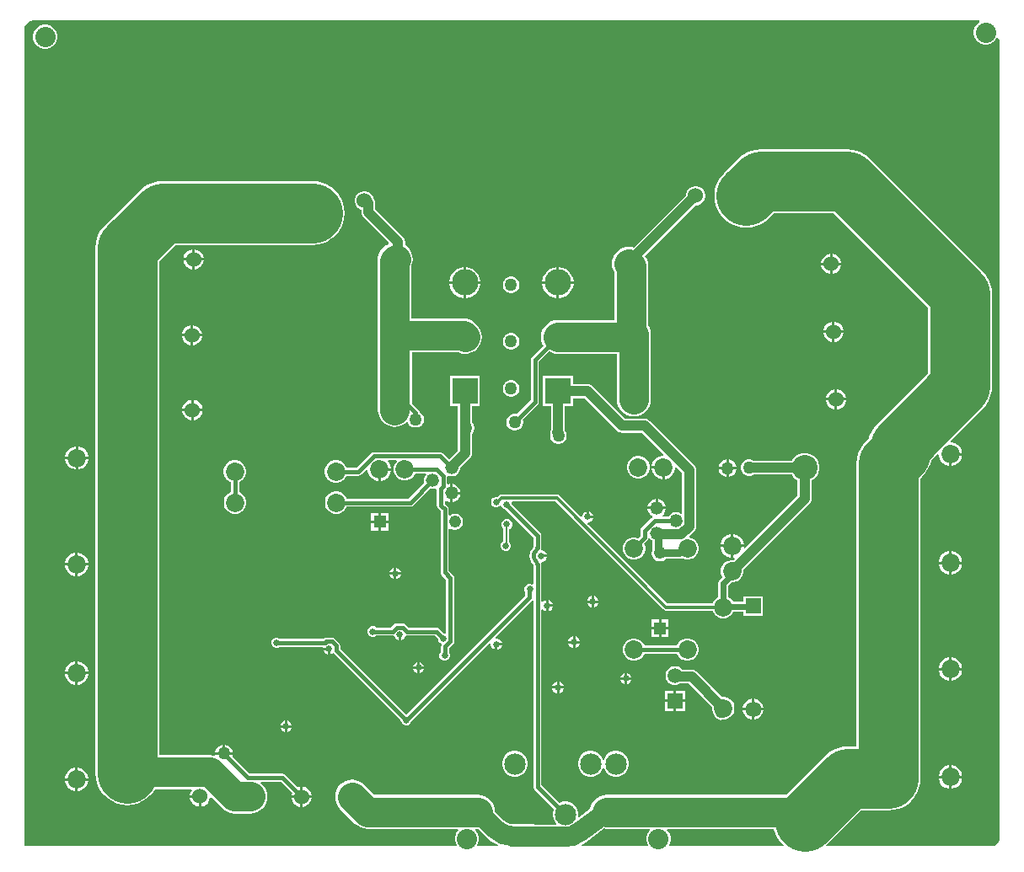
<source format=gbl>
G04*
G04 #@! TF.GenerationSoftware,Altium Limited,Altium Designer,24.0.1 (36)*
G04*
G04 Layer_Physical_Order=2*
G04 Layer_Color=16711680*
%FSLAX25Y25*%
%MOIN*%
G70*
G04*
G04 #@! TF.SameCoordinates,92507F75-474C-4227-9718-4D99FAF4D6AC*
G04*
G04*
G04 #@! TF.FilePolarity,Positive*
G04*
G01*
G75*
%ADD42C,0.06000*%
%ADD52C,0.01575*%
%ADD53C,0.00630*%
%ADD56C,0.01181*%
%ADD57C,0.07284*%
%ADD58C,0.08000*%
%ADD59C,0.10394*%
%ADD60R,0.10394X0.10394*%
%ADD61C,0.04874*%
%ADD62R,0.04874X0.04874*%
%ADD63C,0.05200*%
%ADD64R,0.06260X0.06260*%
%ADD65C,0.06260*%
%ADD66C,0.05937*%
%ADD67R,0.05937X0.05937*%
%ADD68C,0.08465*%
%ADD69C,0.10000*%
%ADD70R,0.04874X0.04874*%
%ADD71C,0.05000*%
%ADD72C,0.02559*%
%ADD73C,0.07874*%
%ADD74C,0.11811*%
%ADD75C,0.03937*%
%ADD76C,0.23622*%
%ADD77C,0.02362*%
%ADD78C,0.02953*%
G36*
X383080Y330551D02*
X382976Y329913D01*
X382661Y329731D01*
X381769Y328839D01*
X381139Y327748D01*
X380813Y326530D01*
Y325270D01*
X381139Y324052D01*
X381769Y322960D01*
X382661Y322069D01*
X383752Y321439D01*
X384970Y321113D01*
X386230D01*
X387448Y321439D01*
X388540Y322069D01*
X389431Y322960D01*
X389837Y323664D01*
X390333Y323730D01*
X391094Y322969D01*
X391160Y322870D01*
X391205Y322761D01*
X391228Y322645D01*
Y322586D01*
Y7091D01*
Y7040D01*
X391208Y6940D01*
X391169Y6846D01*
X391113Y6762D01*
X391077Y6726D01*
Y6575D01*
X391018Y6279D01*
X390913Y6026D01*
X390629Y5644D01*
X390629D01*
X390629Y5644D01*
X389521Y4536D01*
X389415Y4430D01*
X389164Y4262D01*
X388886Y4147D01*
X388590Y4088D01*
X383795D01*
X383719Y4088D01*
X383719Y4088D01*
X383669Y4086D01*
X383669Y4086D01*
X383569Y4066D01*
X383569Y4066D01*
X383476Y4027D01*
X383476Y4027D01*
X383392Y3971D01*
X383354Y3937D01*
X383354Y3937D01*
X383354Y3937D01*
X322573D01*
X322400Y4406D01*
X322936Y4864D01*
X336235Y18163D01*
X347200D01*
X349177Y18318D01*
X351105Y18781D01*
X352937Y19540D01*
X354628Y20576D01*
X356136Y21864D01*
X357424Y23372D01*
X358460Y25063D01*
X359219Y26895D01*
X359682Y28823D01*
X359837Y30800D01*
Y149567D01*
X360536Y150164D01*
X361824Y151672D01*
X362860Y153363D01*
X363619Y155195D01*
X363941Y156536D01*
X366496Y159091D01*
X366958Y158900D01*
Y158489D01*
X367275Y157308D01*
X367886Y156250D01*
X368750Y155386D01*
X369808Y154775D01*
X370989Y154458D01*
X371100D01*
Y159100D01*
X371600D01*
Y159600D01*
X376242D01*
Y159711D01*
X375925Y160892D01*
X375314Y161950D01*
X374450Y162814D01*
X373392Y163425D01*
X372211Y163742D01*
X371800D01*
X371609Y164204D01*
X384436Y177031D01*
X384436Y177031D01*
X385724Y178539D01*
X386760Y180230D01*
X387519Y182062D01*
X387982Y183990D01*
X388137Y185967D01*
Y222400D01*
X388137Y222400D01*
X387982Y224377D01*
X387519Y226305D01*
X386760Y228137D01*
X385724Y229828D01*
X384436Y231336D01*
X384436Y231336D01*
X339736Y276036D01*
X338228Y277324D01*
X336537Y278360D01*
X334705Y279119D01*
X332777Y279582D01*
X330800Y279737D01*
X296700D01*
X296700Y279737D01*
X294723Y279582D01*
X292795Y279119D01*
X290963Y278360D01*
X289272Y277324D01*
X287764Y276036D01*
X281964Y270236D01*
X280676Y268728D01*
X279640Y267037D01*
X278881Y265205D01*
X278418Y263277D01*
X278263Y261300D01*
X278418Y259323D01*
X278881Y257395D01*
X279640Y255563D01*
X280676Y253872D01*
X281964Y252364D01*
X283472Y251076D01*
X285163Y250040D01*
X286995Y249281D01*
X288923Y248818D01*
X290900Y248663D01*
X292877Y248818D01*
X294805Y249281D01*
X296637Y250040D01*
X298328Y251076D01*
X299836Y252364D01*
X301935Y254463D01*
X325565D01*
X362863Y217165D01*
Y191202D01*
X342664Y171003D01*
X341376Y169495D01*
X340340Y167804D01*
X339581Y165972D01*
X339427Y165329D01*
X338264Y164336D01*
X336976Y162828D01*
X335940Y161137D01*
X335181Y159305D01*
X334718Y157377D01*
X334563Y155400D01*
Y43437D01*
X331000D01*
X329023Y43282D01*
X327095Y42819D01*
X325263Y42060D01*
X323572Y41024D01*
X322064Y39736D01*
X306646Y24318D01*
X235743D01*
X234431Y24189D01*
X233170Y23806D01*
X232007Y23185D01*
X230988Y22348D01*
X230152Y21329D01*
X229530Y20167D01*
X229147Y18905D01*
X229120Y18631D01*
X224646Y15333D01*
X224233Y15615D01*
X224320Y15939D01*
Y17261D01*
X223978Y18538D01*
X223317Y19682D01*
X222382Y20617D01*
X221237Y21278D01*
X219961Y21620D01*
X218639D01*
X217362Y21278D01*
X217065Y21106D01*
X209913Y28257D01*
Y97556D01*
X210414Y97763D01*
X210909Y97268D01*
X211700Y96940D01*
Y99200D01*
Y101460D01*
X210909Y101133D01*
X210414Y100637D01*
X209913Y100844D01*
Y115511D01*
X209903Y115566D01*
X209843Y116021D01*
X210153Y116521D01*
X210991Y116867D01*
X211632Y117509D01*
X211960Y118300D01*
X209700D01*
Y119300D01*
X211960D01*
X211632Y120091D01*
X210991Y120732D01*
X210153Y121080D01*
X209843Y121580D01*
X209903Y122034D01*
X209913Y122089D01*
X209913D01*
X209913Y122089D01*
X209913Y122089D01*
X209913Y122576D01*
Y126892D01*
X209913Y126892D01*
X209791Y127507D01*
X209443Y128027D01*
X209443Y128027D01*
X198167Y139304D01*
Y139511D01*
X198026Y139852D01*
X198360Y140352D01*
X215413D01*
X258159Y97607D01*
X258615Y97302D01*
X259153Y97195D01*
X277591D01*
X277673Y96890D01*
X278256Y95880D01*
X279081Y95056D01*
X280090Y94473D01*
X281217Y94171D01*
X282383D01*
X283510Y94473D01*
X284520Y95056D01*
X285344Y95880D01*
X285869Y96790D01*
X289683D01*
Y95076D01*
X297517D01*
Y102911D01*
X289683D01*
Y100804D01*
X285642D01*
X285344Y101320D01*
X284520Y102144D01*
X283807Y102556D01*
Y107137D01*
X285041Y108371D01*
X285883D01*
X287010Y108673D01*
X288019Y109256D01*
X288844Y110080D01*
X289427Y111090D01*
X289729Y112217D01*
Y113298D01*
X315966Y139534D01*
X316407Y140110D01*
X316685Y140781D01*
X316780Y141500D01*
Y148722D01*
X317553Y149169D01*
X318631Y150247D01*
X319393Y151566D01*
X319787Y153038D01*
Y154562D01*
X319393Y156034D01*
X318631Y157353D01*
X317553Y158431D01*
X316234Y159193D01*
X314762Y159587D01*
X313238D01*
X311766Y159193D01*
X310447Y158431D01*
X309369Y157353D01*
X308922Y156580D01*
X293760D01*
X293269Y156863D01*
X292433Y157087D01*
X291567D01*
X290731Y156863D01*
X289982Y156431D01*
X289369Y155818D01*
X288937Y155069D01*
X288713Y154233D01*
Y153367D01*
X288937Y152531D01*
X289369Y151781D01*
X289982Y151169D01*
X290731Y150737D01*
X291567Y150513D01*
X292433D01*
X293269Y150737D01*
X293760Y151020D01*
X308922D01*
X309369Y150247D01*
X310447Y149169D01*
X311220Y148722D01*
Y142651D01*
X290326Y121757D01*
X289893Y122007D01*
X289942Y122189D01*
Y122300D01*
X285800D01*
Y118158D01*
X285911D01*
X286093Y118207D01*
X286343Y117774D01*
X285798Y117229D01*
X284717D01*
X283590Y116927D01*
X282580Y116344D01*
X281756Y115520D01*
X281173Y114510D01*
X280871Y113383D01*
Y112217D01*
X281173Y111090D01*
X281506Y110513D01*
X280381Y109388D01*
X279946Y108736D01*
X279793Y107968D01*
Y102556D01*
X279081Y102144D01*
X278256Y101320D01*
X277673Y100310D01*
X277591Y100005D01*
X259735D01*
X228219Y131520D01*
X228426Y132020D01*
X228653D01*
X229491Y132368D01*
X230133Y133009D01*
X230460Y133800D01*
X228200D01*
Y134300D01*
X227700D01*
Y136560D01*
X226909Y136232D01*
X226268Y135591D01*
X225921Y134753D01*
Y134526D01*
X225420Y134319D01*
X216989Y142751D01*
X216533Y143055D01*
X215995Y143162D01*
X193997D01*
X193460Y143055D01*
X193004Y142751D01*
X192441Y142188D01*
X192411Y142200D01*
X191589D01*
X190829Y141885D01*
X190248Y141304D01*
X189933Y140544D01*
Y139722D01*
X190248Y138962D01*
X190829Y138381D01*
X191589Y138066D01*
X192411D01*
X193171Y138381D01*
X193533Y138743D01*
X193718Y138723D01*
X194078Y138581D01*
X194348Y137929D01*
X194929Y137348D01*
X195689Y137033D01*
X195896D01*
X206702Y126227D01*
Y122130D01*
X206697Y122128D01*
X206695Y122127D01*
X206694Y122124D01*
X206541Y121959D01*
X206359Y121721D01*
X205831Y121034D01*
X205385Y119956D01*
X205233Y118800D01*
X205385Y117644D01*
X205831Y116566D01*
X206359Y115879D01*
X206541Y115641D01*
X206693Y115476D01*
X206695Y115473D01*
X206698Y115472D01*
X206702Y115470D01*
Y107799D01*
X206202Y107509D01*
X205675Y107728D01*
X204852D01*
X204093Y107413D01*
X203511Y106832D01*
X203197Y106072D01*
Y105250D01*
X203469Y104591D01*
Y103040D01*
X156500Y56071D01*
X130360Y82211D01*
Y83282D01*
X130360Y83282D01*
X130238Y83897D01*
X129890Y84418D01*
X129890Y84418D01*
X128218Y86090D01*
X127697Y86438D01*
X127082Y86560D01*
X127082Y86560D01*
X124718D01*
X124718Y86560D01*
X124103Y86438D01*
X123606Y86106D01*
X106417D01*
X106271Y86252D01*
X105511Y86567D01*
X104689D01*
X103929Y86252D01*
X103348Y85671D01*
X103033Y84911D01*
Y84089D01*
X103348Y83329D01*
X103929Y82748D01*
X104689Y82433D01*
X105511D01*
X106271Y82748D01*
X106417Y82894D01*
X123393D01*
X123589Y82600D01*
X125900D01*
Y82100D01*
X126400D01*
Y79840D01*
X127191Y80168D01*
X127451Y80427D01*
X127619Y80410D01*
X154433Y53596D01*
Y53389D01*
X154748Y52629D01*
X155329Y52048D01*
X156089Y51733D01*
X156911D01*
X157671Y52048D01*
X158252Y52629D01*
X158567Y53389D01*
Y53596D01*
X189220Y84250D01*
X189720Y84043D01*
Y83447D01*
X190068Y82609D01*
X190709Y81968D01*
X191500Y81640D01*
Y83900D01*
X192000D01*
Y84400D01*
X194260D01*
X193932Y85191D01*
X193291Y85833D01*
X192453Y86180D01*
X191857D01*
X191650Y86680D01*
X206202Y101232D01*
X206238Y101231D01*
X206702Y101076D01*
Y27592D01*
X206702Y27592D01*
X206824Y26978D01*
X207172Y26457D01*
X214794Y18835D01*
X214622Y18538D01*
X214280Y17261D01*
Y15939D01*
X214622Y14662D01*
X215283Y13518D01*
X215854Y12947D01*
X215645Y12449D01*
X198636Y12640D01*
X198521Y12626D01*
X197326Y12783D01*
X196055Y13309D01*
X195075Y14061D01*
X194994Y14167D01*
X191553Y17608D01*
X191425Y18905D01*
X191042Y20167D01*
X190421Y21329D01*
X189585Y22348D01*
X188566Y23185D01*
X187403Y23806D01*
X186141Y24189D01*
X184829Y24318D01*
X143793D01*
X139755Y28356D01*
X138736Y29192D01*
X137574Y29813D01*
X136312Y30196D01*
X135000Y30325D01*
X133688Y30196D01*
X132426Y29813D01*
X131264Y29192D01*
X130245Y28356D01*
X129408Y27336D01*
X128787Y26174D01*
X128404Y24912D01*
X128275Y23600D01*
X128404Y22288D01*
X128787Y21026D01*
X129408Y19864D01*
X130245Y18845D01*
X136252Y12837D01*
X137271Y12001D01*
X138433Y11380D01*
X139695Y10997D01*
X141007Y10868D01*
X176890D01*
X177097Y10368D01*
X176569Y9839D01*
X175939Y8748D01*
X175613Y7530D01*
Y6270D01*
X175939Y5052D01*
X176294Y4437D01*
X176005Y3937D01*
X5401D01*
Y326772D01*
Y327159D01*
X5553Y327920D01*
X5849Y328637D01*
X6280Y329281D01*
X6554Y329556D01*
Y329556D01*
X6829Y329830D01*
X7038Y330039D01*
X7529Y330367D01*
X8075Y330593D01*
X8655Y330709D01*
X382940D01*
X383080Y330551D01*
D02*
G37*
G36*
X301981Y9895D02*
X302740Y8063D01*
X303776Y6372D01*
X305064Y4864D01*
X305600Y4406D01*
X305427Y3937D01*
X260595D01*
X260306Y4437D01*
X260661Y5052D01*
X260987Y6270D01*
Y7530D01*
X260661Y8748D01*
X260031Y9839D01*
X259503Y10368D01*
X259710Y10868D01*
X301748D01*
X301981Y9895D01*
D02*
G37*
G36*
X235743Y10868D02*
X252690D01*
X252897Y10368D01*
X252369Y9839D01*
X251739Y8748D01*
X251413Y7530D01*
Y6270D01*
X251739Y5052D01*
X252094Y4437D01*
X251805Y3937D01*
X225735D01*
X225636Y4437D01*
X227366Y5497D01*
X227421Y5545D01*
X227448Y5559D01*
X234779Y10963D01*
X235743Y10868D01*
D02*
G37*
G36*
X188255Y7428D02*
X188256Y7423D01*
X188255Y7423D01*
X190009Y5925D01*
X191985Y4714D01*
X192676Y4427D01*
X192579Y3937D01*
X184795D01*
X184506Y4437D01*
X184861Y5052D01*
X185187Y6270D01*
Y7530D01*
X184861Y8748D01*
X184231Y9839D01*
X183703Y10368D01*
X183910Y10868D01*
X184816D01*
X188255Y7428D01*
D02*
G37*
%LPC*%
G36*
X14230Y328987D02*
X12970D01*
X11752Y328661D01*
X10661Y328031D01*
X9769Y327139D01*
X9139Y326048D01*
X8813Y324830D01*
Y323570D01*
X9139Y322352D01*
X9769Y321260D01*
X10661Y320369D01*
X11752Y319739D01*
X12970Y319413D01*
X14230D01*
X15448Y319739D01*
X16540Y320369D01*
X17431Y321260D01*
X18061Y322352D01*
X18387Y323570D01*
Y324830D01*
X18061Y326048D01*
X17431Y327139D01*
X16540Y328031D01*
X15448Y328661D01*
X14230Y328987D01*
D02*
G37*
G36*
X271399Y265087D02*
X270401D01*
X269438Y264829D01*
X268575Y264331D01*
X267869Y263626D01*
X267371Y262762D01*
X267113Y261799D01*
Y261444D01*
X246466Y240797D01*
X245812Y240996D01*
X244500Y241125D01*
X243188Y240996D01*
X241926Y240613D01*
X240764Y239992D01*
X239744Y239156D01*
X238908Y238136D01*
X238287Y236974D01*
X237904Y235712D01*
X237775Y234400D01*
X237904Y233088D01*
X238287Y231826D01*
X238675Y231100D01*
Y212225D01*
X216400D01*
X215088Y212096D01*
X213826Y211713D01*
X212664Y211092D01*
X211645Y210256D01*
X210808Y209236D01*
X210187Y208074D01*
X209804Y206812D01*
X209675Y205500D01*
X209804Y204188D01*
X210187Y202926D01*
X210664Y202034D01*
X206165Y197535D01*
X205817Y197014D01*
X205694Y196400D01*
X205694Y196400D01*
Y180465D01*
X200193Y174964D01*
X199733Y175087D01*
X198867D01*
X198031Y174863D01*
X197282Y174431D01*
X196669Y173819D01*
X196237Y173069D01*
X196013Y172233D01*
Y171367D01*
X196237Y170531D01*
X196669Y169781D01*
X197282Y169169D01*
X198031Y168737D01*
X198867Y168513D01*
X199733D01*
X200569Y168737D01*
X201319Y169169D01*
X201931Y169781D01*
X202363Y170531D01*
X202587Y171367D01*
Y172233D01*
X202464Y172693D01*
X208435Y178665D01*
X208435Y178665D01*
X208783Y179185D01*
X208906Y179800D01*
X208906Y179800D01*
Y195735D01*
X212934Y199764D01*
X213826Y199287D01*
X215088Y198904D01*
X216400Y198775D01*
X239675D01*
Y180800D01*
X239804Y179488D01*
X240187Y178226D01*
X240808Y177064D01*
X241645Y176044D01*
X242664Y175208D01*
X243826Y174587D01*
X245088Y174204D01*
X246400Y174075D01*
X247712Y174204D01*
X248974Y174587D01*
X250136Y175208D01*
X251155Y176044D01*
X251992Y177064D01*
X252613Y178226D01*
X252996Y179488D01*
X253125Y180800D01*
Y206500D01*
X252996Y207812D01*
X252613Y209074D01*
X252125Y209987D01*
Y233500D01*
X251996Y234812D01*
X251613Y236074D01*
X250992Y237236D01*
X250891Y237360D01*
X271044Y257513D01*
X271399D01*
X272362Y257771D01*
X273225Y258269D01*
X273931Y258975D01*
X274429Y259838D01*
X274687Y260801D01*
Y261799D01*
X274429Y262762D01*
X273931Y263626D01*
X273225Y264331D01*
X272362Y264829D01*
X271399Y265087D01*
D02*
G37*
G36*
X72827Y240200D02*
X72800D01*
Y236700D01*
X76300D01*
Y236727D01*
X76027Y237744D01*
X75501Y238656D01*
X74756Y239401D01*
X73844Y239927D01*
X72827Y240200D01*
D02*
G37*
G36*
X71800D02*
X71773D01*
X70756Y239927D01*
X69844Y239401D01*
X69099Y238656D01*
X68573Y237744D01*
X68300Y236727D01*
Y236700D01*
X71800D01*
Y240200D01*
D02*
G37*
G36*
X325027Y238400D02*
X325000D01*
Y234900D01*
X328500D01*
Y234927D01*
X328227Y235944D01*
X327701Y236856D01*
X326956Y237601D01*
X326044Y238127D01*
X325027Y238400D01*
D02*
G37*
G36*
X324000D02*
X323973D01*
X322956Y238127D01*
X322044Y237601D01*
X321299Y236856D01*
X320773Y235944D01*
X320500Y234927D01*
Y234900D01*
X324000D01*
Y238400D01*
D02*
G37*
G36*
X76300Y235700D02*
X72800D01*
Y232200D01*
X72827D01*
X73844Y232473D01*
X74756Y232999D01*
X75501Y233744D01*
X76027Y234656D01*
X76300Y235673D01*
Y235700D01*
D02*
G37*
G36*
X71800D02*
X68300D01*
Y235673D01*
X68573Y234656D01*
X69099Y233744D01*
X69844Y232999D01*
X70756Y232473D01*
X71773Y232200D01*
X71800D01*
Y235700D01*
D02*
G37*
G36*
X328500Y233900D02*
X325000D01*
Y230400D01*
X325027D01*
X326044Y230673D01*
X326956Y231199D01*
X327701Y231944D01*
X328227Y232856D01*
X328500Y233873D01*
Y233900D01*
D02*
G37*
G36*
X324000D02*
X320500D01*
Y233873D01*
X320773Y232856D01*
X321299Y231944D01*
X322044Y231199D01*
X322956Y230673D01*
X323973Y230400D01*
X324000D01*
Y233900D01*
D02*
G37*
G36*
X217010Y233154D02*
X216900D01*
Y227457D01*
X222597D01*
Y227567D01*
X222359Y228764D01*
X221892Y229892D01*
X221213Y230907D01*
X220350Y231770D01*
X219335Y232448D01*
X218208Y232915D01*
X217010Y233154D01*
D02*
G37*
G36*
X180210D02*
X180100D01*
Y227457D01*
X185797D01*
Y227567D01*
X185559Y228764D01*
X185092Y229892D01*
X184413Y230907D01*
X183550Y231770D01*
X182535Y232448D01*
X181407Y232915D01*
X180210Y233154D01*
D02*
G37*
G36*
X215900D02*
X215790D01*
X214593Y232915D01*
X213465Y232448D01*
X212450Y231770D01*
X211587Y230907D01*
X210908Y229892D01*
X210441Y228764D01*
X210203Y227567D01*
Y227457D01*
X215900D01*
Y233154D01*
D02*
G37*
G36*
X179100D02*
X178990D01*
X177793Y232915D01*
X176665Y232448D01*
X175650Y231770D01*
X174787Y230907D01*
X174108Y229892D01*
X173641Y228764D01*
X173403Y227567D01*
Y227457D01*
X179100D01*
Y233154D01*
D02*
G37*
G36*
X198333Y229487D02*
X197467D01*
X196631Y229263D01*
X195881Y228831D01*
X195269Y228219D01*
X194837Y227469D01*
X194613Y226633D01*
Y225767D01*
X194837Y224931D01*
X195269Y224182D01*
X195881Y223569D01*
X196631Y223137D01*
X197467Y222913D01*
X198333D01*
X199169Y223137D01*
X199918Y223569D01*
X200531Y224182D01*
X200963Y224931D01*
X201187Y225767D01*
Y226633D01*
X200963Y227469D01*
X200531Y228219D01*
X199918Y228831D01*
X199169Y229263D01*
X198333Y229487D01*
D02*
G37*
G36*
X222597Y226457D02*
X216900D01*
Y220760D01*
X217010D01*
X218208Y220998D01*
X219335Y221465D01*
X220350Y222143D01*
X221213Y223006D01*
X221892Y224021D01*
X222359Y225149D01*
X222597Y226346D01*
Y226457D01*
D02*
G37*
G36*
X215900D02*
X210203D01*
Y226346D01*
X210441Y225149D01*
X210908Y224021D01*
X211587Y223006D01*
X212450Y222143D01*
X213465Y221465D01*
X214593Y220998D01*
X215790Y220760D01*
X215900D01*
Y226457D01*
D02*
G37*
G36*
X185797D02*
X180100D01*
Y220760D01*
X180210D01*
X181407Y220998D01*
X182535Y221465D01*
X183550Y222143D01*
X184413Y223006D01*
X185092Y224021D01*
X185559Y225149D01*
X185797Y226346D01*
Y226457D01*
D02*
G37*
G36*
X179100D02*
X173403D01*
Y226346D01*
X173641Y225149D01*
X174108Y224021D01*
X174787Y223006D01*
X175650Y222143D01*
X176665Y221465D01*
X177793Y220998D01*
X178990Y220760D01*
X179100D01*
Y226457D01*
D02*
G37*
G36*
X325927Y211500D02*
X325900D01*
Y208000D01*
X329400D01*
Y208027D01*
X329127Y209044D01*
X328601Y209956D01*
X327856Y210701D01*
X326944Y211227D01*
X325927Y211500D01*
D02*
G37*
G36*
X324900D02*
X324873D01*
X323856Y211227D01*
X322944Y210701D01*
X322199Y209956D01*
X321673Y209044D01*
X321400Y208027D01*
Y208000D01*
X324900D01*
Y211500D01*
D02*
G37*
G36*
X72190Y210137D02*
X72163D01*
Y206637D01*
X75663D01*
Y206664D01*
X75390Y207681D01*
X74864Y208593D01*
X74119Y209338D01*
X73207Y209864D01*
X72190Y210137D01*
D02*
G37*
G36*
X71163D02*
X71136D01*
X70119Y209864D01*
X69207Y209338D01*
X68462Y208593D01*
X67936Y207681D01*
X67663Y206664D01*
Y206637D01*
X71163D01*
Y210137D01*
D02*
G37*
G36*
X329400Y207000D02*
X325900D01*
Y203500D01*
X325927D01*
X326944Y203773D01*
X327856Y204299D01*
X328601Y205044D01*
X329127Y205956D01*
X329400Y206973D01*
Y207000D01*
D02*
G37*
G36*
X324900D02*
X321400D01*
Y206973D01*
X321673Y205956D01*
X322199Y205044D01*
X322944Y204299D01*
X323856Y203773D01*
X324873Y203500D01*
X324900D01*
Y207000D01*
D02*
G37*
G36*
X75663Y205637D02*
X72163D01*
Y202137D01*
X72190D01*
X73207Y202410D01*
X74119Y202936D01*
X74864Y203681D01*
X75390Y204593D01*
X75663Y205610D01*
Y205637D01*
D02*
G37*
G36*
X71163D02*
X67663D01*
Y205610D01*
X67936Y204593D01*
X68462Y203681D01*
X69207Y202936D01*
X70119Y202410D01*
X71136Y202137D01*
X71163D01*
Y205637D01*
D02*
G37*
G36*
X198333Y206987D02*
X197467D01*
X196631Y206763D01*
X195881Y206331D01*
X195269Y205718D01*
X194837Y204969D01*
X194613Y204133D01*
Y203267D01*
X194837Y202431D01*
X195269Y201681D01*
X195881Y201069D01*
X196631Y200637D01*
X197467Y200413D01*
X198333D01*
X199169Y200637D01*
X199918Y201069D01*
X200531Y201681D01*
X200963Y202431D01*
X201187Y203267D01*
Y204133D01*
X200963Y204969D01*
X200531Y205718D01*
X199918Y206331D01*
X199169Y206763D01*
X198333Y206987D01*
D02*
G37*
G36*
X140299Y263187D02*
X139301D01*
X138338Y262929D01*
X137475Y262431D01*
X136769Y261725D01*
X136271Y260862D01*
X136013Y259899D01*
Y258901D01*
X136271Y257938D01*
X136769Y257074D01*
X137475Y256369D01*
X138338Y255871D01*
X138615Y255797D01*
Y254905D01*
X138710Y254186D01*
X138988Y253515D01*
X139429Y252940D01*
X149513Y242857D01*
X149415Y242247D01*
X148564Y241792D01*
X147545Y240955D01*
X146907Y240318D01*
X146071Y239299D01*
X145450Y238137D01*
X145067Y236875D01*
X144938Y235563D01*
Y206137D01*
X145067Y204825D01*
X145175Y204470D01*
Y176600D01*
X145304Y175288D01*
X145687Y174026D01*
X146308Y172864D01*
X147144Y171844D01*
X148164Y171008D01*
X149326Y170387D01*
X150588Y170004D01*
X151900Y169875D01*
X153212Y170004D01*
X154474Y170387D01*
X155636Y171008D01*
X156582Y171784D01*
X157116Y171725D01*
X157142Y171625D01*
X157575Y170876D01*
X158187Y170264D01*
X158937Y169831D01*
X159773Y169607D01*
X160639D01*
X161475Y169831D01*
X162224Y170264D01*
X162836Y170876D01*
X163269Y171625D01*
X163493Y172461D01*
Y173327D01*
X163269Y174163D01*
X162836Y174913D01*
X162224Y175525D01*
X161643Y175860D01*
X161595Y176103D01*
X161247Y176624D01*
X158625Y179245D01*
Y199412D01*
X176792D01*
X177026Y199287D01*
X178288Y198904D01*
X179600Y198775D01*
X180912Y198904D01*
X182174Y199287D01*
X183336Y199908D01*
X184355Y200745D01*
X185192Y201764D01*
X185813Y202926D01*
X186196Y204188D01*
X186325Y205500D01*
X186196Y206812D01*
X185813Y208074D01*
X185192Y209236D01*
X184355Y210256D01*
X183719Y210893D01*
X182699Y211729D01*
X181537Y212350D01*
X180275Y212733D01*
X178963Y212862D01*
X158388D01*
Y233392D01*
X158513Y233626D01*
X158896Y234888D01*
X159025Y236200D01*
X158896Y237512D01*
X158513Y238774D01*
X157892Y239936D01*
X157055Y240955D01*
X156036Y241792D01*
X155980Y241822D01*
Y243100D01*
X155885Y243819D01*
X155607Y244490D01*
X155166Y245065D01*
X144174Y256057D01*
Y258505D01*
X144080Y259225D01*
X143802Y259895D01*
X143474Y260323D01*
X143329Y260862D01*
X142831Y261725D01*
X142125Y262431D01*
X141262Y262929D01*
X140299Y263187D01*
D02*
G37*
G36*
X198333Y188287D02*
X197467D01*
X196631Y188063D01*
X195881Y187631D01*
X195269Y187019D01*
X194837Y186269D01*
X194613Y185433D01*
Y184567D01*
X194837Y183731D01*
X195269Y182982D01*
X195881Y182369D01*
X196631Y181937D01*
X197467Y181713D01*
X198333D01*
X199169Y181937D01*
X199918Y182369D01*
X200531Y182982D01*
X200963Y183731D01*
X201187Y184567D01*
Y185433D01*
X200963Y186269D01*
X200531Y187019D01*
X199918Y187631D01*
X199169Y188063D01*
X198333Y188287D01*
D02*
G37*
G36*
X326927Y184800D02*
X326900D01*
Y181300D01*
X330400D01*
Y181327D01*
X330127Y182344D01*
X329601Y183256D01*
X328856Y184001D01*
X327944Y184527D01*
X326927Y184800D01*
D02*
G37*
G36*
X325900D02*
X325873D01*
X324856Y184527D01*
X323944Y184001D01*
X323199Y183256D01*
X322673Y182344D01*
X322400Y181327D01*
Y181300D01*
X325900D01*
Y184800D01*
D02*
G37*
G36*
X72427Y180600D02*
X72400D01*
Y177100D01*
X75900D01*
Y177127D01*
X75627Y178144D01*
X75101Y179056D01*
X74356Y179801D01*
X73444Y180327D01*
X72427Y180600D01*
D02*
G37*
G36*
X71400D02*
X71373D01*
X70356Y180327D01*
X69444Y179801D01*
X68699Y179056D01*
X68173Y178144D01*
X67900Y177127D01*
Y177100D01*
X71400D01*
Y180600D01*
D02*
G37*
G36*
X330400Y180300D02*
X326900D01*
Y176800D01*
X326927D01*
X327944Y177073D01*
X328856Y177599D01*
X329601Y178344D01*
X330127Y179256D01*
X330400Y180273D01*
Y180300D01*
D02*
G37*
G36*
X325900D02*
X322400D01*
Y180273D01*
X322673Y179256D01*
X323199Y178344D01*
X323944Y177599D01*
X324856Y177073D01*
X325873Y176800D01*
X325900D01*
Y180300D01*
D02*
G37*
G36*
X75900Y176100D02*
X72400D01*
Y172600D01*
X72427D01*
X73444Y172873D01*
X74356Y173399D01*
X75101Y174144D01*
X75627Y175056D01*
X75900Y176073D01*
Y176100D01*
D02*
G37*
G36*
X71400D02*
X67900D01*
Y176073D01*
X68173Y175056D01*
X68699Y174144D01*
X69444Y173399D01*
X70356Y172873D01*
X71373Y172600D01*
X71400D01*
Y176100D01*
D02*
G37*
G36*
X26811Y162242D02*
X26700D01*
Y158100D01*
X30842D01*
Y158211D01*
X30525Y159392D01*
X29914Y160450D01*
X29050Y161314D01*
X27992Y161925D01*
X26811Y162242D01*
D02*
G37*
G36*
X25700D02*
X25589D01*
X24408Y161925D01*
X23350Y161314D01*
X22486Y160450D01*
X21875Y159392D01*
X21558Y158211D01*
Y158100D01*
X25700D01*
Y162242D01*
D02*
G37*
G36*
X185584Y190028D02*
X173616D01*
Y178059D01*
X176820D01*
Y170335D01*
X176713Y169933D01*
Y169067D01*
X176820Y168665D01*
Y160493D01*
X173299Y156972D01*
X170819Y159452D01*
X170298Y159800D01*
X169684Y159922D01*
X169683Y159922D01*
X143639D01*
X143639Y159922D01*
X143025Y159800D01*
X142504Y159452D01*
X136858Y153806D01*
X132755D01*
X132727Y153910D01*
X132144Y154920D01*
X131320Y155744D01*
X130310Y156327D01*
X129183Y156629D01*
X128017D01*
X126890Y156327D01*
X125880Y155744D01*
X125056Y154920D01*
X124473Y153910D01*
X124171Y152783D01*
Y151617D01*
X124473Y150490D01*
X125056Y149480D01*
X125880Y148656D01*
X126890Y148073D01*
X128017Y147771D01*
X129183D01*
X130310Y148073D01*
X131320Y148656D01*
X132144Y149480D01*
X132727Y150490D01*
X132755Y150594D01*
X137523D01*
X137523Y150594D01*
X138137Y150717D01*
X138658Y151065D01*
X140696Y153103D01*
X141158Y152911D01*
Y152489D01*
X141475Y151308D01*
X142086Y150250D01*
X142950Y149386D01*
X144008Y148775D01*
X145189Y148458D01*
X145300D01*
Y153100D01*
X145800D01*
Y153600D01*
X150442D01*
Y153711D01*
X150125Y154892D01*
X149514Y155950D01*
X149215Y156249D01*
X149407Y156711D01*
X152440D01*
X152647Y156211D01*
X152256Y155820D01*
X151673Y154810D01*
X151371Y153683D01*
Y152517D01*
X151673Y151390D01*
X152256Y150380D01*
X153080Y149556D01*
X154090Y148973D01*
X155217Y148671D01*
X156383D01*
X157510Y148973D01*
X158520Y149556D01*
X159344Y150380D01*
X159927Y151390D01*
X159955Y151494D01*
X164097D01*
X164304Y150994D01*
X164089Y150780D01*
X163644Y150007D01*
X163413Y149146D01*
Y148254D01*
X163554Y147725D01*
X157335Y141506D01*
X132855D01*
X132827Y141610D01*
X132244Y142620D01*
X131420Y143444D01*
X130410Y144027D01*
X129283Y144329D01*
X128117D01*
X126990Y144027D01*
X125980Y143444D01*
X125156Y142620D01*
X124573Y141610D01*
X124271Y140483D01*
Y139317D01*
X124573Y138190D01*
X125156Y137180D01*
X125980Y136356D01*
X126990Y135773D01*
X128117Y135471D01*
X129283D01*
X130410Y135773D01*
X131420Y136356D01*
X132244Y137180D01*
X132827Y138190D01*
X132855Y138294D01*
X158000D01*
X158000Y138294D01*
X158615Y138417D01*
X159135Y138765D01*
X165825Y145454D01*
X166354Y145313D01*
X167246D01*
X168030Y145523D01*
X168102Y145509D01*
X168247Y145429D01*
X168520Y145204D01*
Y138775D01*
X168519Y138775D01*
X168642Y138160D01*
X168990Y137639D01*
X169994Y136635D01*
Y112286D01*
X169994Y112286D01*
X170117Y111672D01*
X170465Y111151D01*
X172249Y109367D01*
Y88461D01*
X171749Y88127D01*
X171411Y88267D01*
X171204D01*
X169435Y90035D01*
X168914Y90383D01*
X168300Y90506D01*
X168300Y90506D01*
X157402D01*
X156218Y91690D01*
X155697Y92038D01*
X155082Y92160D01*
X155082Y92160D01*
X152718D01*
X152718Y92160D01*
X152103Y92038D01*
X151582Y91690D01*
X151582Y91690D01*
X150398Y90506D01*
X144517D01*
X144371Y90652D01*
X143611Y90967D01*
X142789D01*
X142029Y90652D01*
X141448Y90071D01*
X141133Y89311D01*
Y88489D01*
X141448Y87729D01*
X142029Y87148D01*
X142789Y86833D01*
X143611D01*
X144371Y87148D01*
X144517Y87294D01*
X151063D01*
X151063Y87294D01*
X151120Y87306D01*
X151620Y87247D01*
X151968Y86409D01*
X152609Y85768D01*
X153400Y85440D01*
Y87700D01*
X154400D01*
Y85440D01*
X155191Y85768D01*
X155833Y86409D01*
X156179Y87247D01*
X156335Y87374D01*
X156737Y87294D01*
X156737Y87294D01*
X167635D01*
X168933Y85996D01*
Y85789D01*
X169248Y85029D01*
X169829Y84448D01*
X170192Y84297D01*
X170380Y83678D01*
X170305Y83566D01*
X170183Y82952D01*
X170183Y82952D01*
Y80906D01*
X169848Y80571D01*
X169533Y79811D01*
Y78989D01*
X169848Y78229D01*
X170429Y77648D01*
X171189Y77333D01*
X172011D01*
X172771Y77648D01*
X173352Y78229D01*
X173667Y78989D01*
Y79811D01*
X173394Y80470D01*
Y82287D01*
X174990Y83882D01*
X175338Y84403D01*
X175460Y85018D01*
X175460Y85018D01*
Y110032D01*
X175338Y110646D01*
X174990Y111167D01*
X174990Y111167D01*
X173206Y112951D01*
Y129533D01*
X173330Y129584D01*
X173706Y129692D01*
X174392Y129295D01*
X175212Y129076D01*
X176061D01*
X176881Y129295D01*
X177616Y129720D01*
X178217Y130320D01*
X178641Y131055D01*
X178861Y131876D01*
Y132724D01*
X178641Y133545D01*
X178217Y134280D01*
X177616Y134880D01*
X176881Y135305D01*
X176061Y135524D01*
X175212D01*
X174392Y135305D01*
X173706Y134908D01*
X173330Y135016D01*
X173206Y135067D01*
Y137300D01*
X173083Y137915D01*
X172735Y138435D01*
X172735Y138435D01*
X171731Y139440D01*
Y140528D01*
X172231Y140738D01*
X172910Y140345D01*
X173800Y140107D01*
Y143700D01*
Y147293D01*
X173081Y147100D01*
X172580Y147384D01*
Y150204D01*
X172853Y150428D01*
X172998Y150509D01*
X173070Y150523D01*
X173854Y150313D01*
X174746D01*
X175608Y150543D01*
X176380Y150989D01*
X177011Y151620D01*
X177456Y152392D01*
X177687Y153254D01*
Y153498D01*
X181565Y157376D01*
X182007Y157952D01*
X182285Y158622D01*
X182380Y159342D01*
Y167231D01*
X182631Y167482D01*
X183063Y168231D01*
X183287Y169067D01*
Y169933D01*
X183063Y170769D01*
X182631Y171519D01*
X182380Y171769D01*
Y178059D01*
X185584D01*
Y190028D01*
D02*
G37*
G36*
X376242Y158600D02*
X372100D01*
Y154458D01*
X372211D01*
X373392Y154775D01*
X374450Y155386D01*
X375314Y156250D01*
X375925Y157308D01*
X376242Y158489D01*
Y158600D01*
D02*
G37*
G36*
X283965Y157033D02*
Y154043D01*
X286954D01*
X286726Y154894D01*
X286265Y155692D01*
X285614Y156344D01*
X284816Y156805D01*
X283965Y157033D01*
D02*
G37*
G36*
X282965D02*
X282114Y156805D01*
X281315Y156344D01*
X280664Y155692D01*
X280203Y154894D01*
X279975Y154043D01*
X282965D01*
Y157033D01*
D02*
G37*
G36*
X30842Y157100D02*
X26700D01*
Y152958D01*
X26811D01*
X27992Y153275D01*
X29050Y153886D01*
X29914Y154750D01*
X30525Y155808D01*
X30842Y156989D01*
Y157100D01*
D02*
G37*
G36*
X25700D02*
X21558D01*
Y156989D01*
X21875Y155808D01*
X22486Y154750D01*
X23350Y153886D01*
X24408Y153275D01*
X25589Y152958D01*
X25700D01*
Y157100D01*
D02*
G37*
G36*
X286954Y153043D02*
X283965D01*
Y150054D01*
X284816Y150282D01*
X285614Y150743D01*
X286265Y151394D01*
X286726Y152192D01*
X286954Y153043D01*
D02*
G37*
G36*
X282965D02*
X279975D01*
X280203Y152192D01*
X280664Y151394D01*
X281315Y150743D01*
X282114Y150282D01*
X282965Y150054D01*
Y153043D01*
D02*
G37*
G36*
X248783Y158329D02*
X247617D01*
X246490Y158027D01*
X245480Y157444D01*
X244656Y156620D01*
X244073Y155610D01*
X243771Y154483D01*
Y153317D01*
X244073Y152190D01*
X244656Y151180D01*
X245480Y150356D01*
X246490Y149773D01*
X247617Y149471D01*
X248783D01*
X249910Y149773D01*
X250920Y150356D01*
X251744Y151180D01*
X252327Y152190D01*
X252629Y153317D01*
Y154483D01*
X252327Y155610D01*
X251744Y156620D01*
X250920Y157444D01*
X249910Y158027D01*
X248783Y158329D01*
D02*
G37*
G36*
X257700Y153400D02*
X253558D01*
Y153289D01*
X253875Y152108D01*
X254486Y151050D01*
X255350Y150186D01*
X256408Y149575D01*
X257589Y149258D01*
X257700D01*
Y153400D01*
D02*
G37*
G36*
X150442Y152600D02*
X146300D01*
Y148458D01*
X146411D01*
X147592Y148775D01*
X148650Y149386D01*
X149514Y150250D01*
X150125Y151308D01*
X150442Y152489D01*
Y152600D01*
D02*
G37*
G36*
X174800Y147293D02*
Y144200D01*
X177893D01*
X177655Y145090D01*
X177181Y145910D01*
X176510Y146581D01*
X175690Y147055D01*
X174800Y147293D01*
D02*
G37*
G36*
X177893Y143200D02*
X174800D01*
Y140107D01*
X175690Y140345D01*
X176510Y140819D01*
X177181Y141490D01*
X177655Y142310D01*
X177893Y143200D01*
D02*
G37*
G36*
X256000Y141393D02*
Y138300D01*
X259093D01*
X258855Y139190D01*
X258381Y140010D01*
X257710Y140681D01*
X256890Y141155D01*
X256000Y141393D01*
D02*
G37*
G36*
X255000D02*
X254110Y141155D01*
X253290Y140681D01*
X252619Y140010D01*
X252145Y139190D01*
X251907Y138300D01*
X255000D01*
Y141393D01*
D02*
G37*
G36*
X222384Y190028D02*
X210416D01*
Y178059D01*
X213620D01*
Y168915D01*
X213415Y168419D01*
X213320Y167700D01*
X213386Y167205D01*
X213313Y166933D01*
Y166067D01*
X213537Y165231D01*
X213969Y164481D01*
X214581Y163869D01*
X215331Y163437D01*
X216167Y163213D01*
X217033D01*
X217869Y163437D01*
X218618Y163869D01*
X219231Y164481D01*
X219663Y165231D01*
X219887Y166067D01*
Y166933D01*
X219663Y167769D01*
X219231Y168518D01*
X219180Y168569D01*
Y178059D01*
X222384D01*
Y181264D01*
X226856D01*
X239789Y168331D01*
X240364Y167889D01*
X241035Y167612D01*
X241754Y167517D01*
X249700D01*
X258213Y159004D01*
X258021Y158542D01*
X257589D01*
X256408Y158225D01*
X255350Y157614D01*
X254486Y156750D01*
X253875Y155692D01*
X253558Y154511D01*
Y154400D01*
X258200D01*
Y153900D01*
X258700D01*
Y149258D01*
X258811D01*
X259992Y149575D01*
X261050Y150186D01*
X261914Y151050D01*
X262525Y152108D01*
X262842Y153289D01*
Y153721D01*
X263304Y153913D01*
X265576Y151640D01*
Y135668D01*
X265114Y135476D01*
X265080Y135511D01*
X264307Y135957D01*
X263446Y136187D01*
X262554D01*
X261693Y135957D01*
X260920Y135511D01*
X260289Y134880D01*
X260016Y134406D01*
X257821D01*
X257687Y134906D01*
X257710Y134919D01*
X258381Y135590D01*
X258855Y136410D01*
X259093Y137300D01*
X255500D01*
Y137800D01*
D01*
Y137300D01*
X251907D01*
X252145Y136410D01*
X252619Y135590D01*
X253290Y134919D01*
X253689Y134689D01*
X253752Y134413D01*
X253708Y134100D01*
X253461Y133935D01*
X253461Y133935D01*
X249546Y130021D01*
X249198Y129500D01*
X249076Y128886D01*
X249076Y128885D01*
Y126774D01*
X248222Y125920D01*
X248210Y125927D01*
X247083Y126229D01*
X245917D01*
X244790Y125927D01*
X243780Y125344D01*
X242956Y124520D01*
X242373Y123510D01*
X242071Y122383D01*
Y121217D01*
X242373Y120090D01*
X242956Y119080D01*
X243780Y118256D01*
X244790Y117673D01*
X245917Y117371D01*
X247083D01*
X248210Y117673D01*
X249219Y118256D01*
X250044Y119080D01*
X250627Y120090D01*
X250929Y121217D01*
Y122383D01*
X250627Y123510D01*
X250527Y123684D01*
X251817Y124974D01*
X251817Y124974D01*
X252165Y125495D01*
X252210Y125723D01*
X252737Y125810D01*
X252789Y125720D01*
X253420Y125089D01*
X253622Y124973D01*
Y121326D01*
X253712Y120871D01*
X253576Y120361D01*
Y119512D01*
X253795Y118692D01*
X254220Y117957D01*
X254820Y117356D01*
X255555Y116932D01*
X256376Y116712D01*
X257224D01*
X258045Y116932D01*
X258780Y117356D01*
X259052Y117629D01*
X264565D01*
X265448Y117804D01*
X265547Y117871D01*
X265890Y117673D01*
X267017Y117371D01*
X268183D01*
X269310Y117673D01*
X270320Y118256D01*
X271144Y119080D01*
X271727Y120090D01*
X272029Y121217D01*
Y122383D01*
X271727Y123510D01*
X271144Y124520D01*
X270320Y125344D01*
X269310Y125927D01*
X268545Y126132D01*
X268395Y126690D01*
X270321Y128616D01*
X270763Y129192D01*
X271041Y129862D01*
X271136Y130581D01*
Y152792D01*
X271041Y153511D01*
X270763Y154182D01*
X270321Y154757D01*
X252817Y172262D01*
X252241Y172704D01*
X251570Y172982D01*
X250851Y173076D01*
X242906D01*
X229973Y186009D01*
X229397Y186451D01*
X228727Y186728D01*
X228008Y186823D01*
X222384D01*
Y190028D01*
D02*
G37*
G36*
X89183Y156629D02*
X88017D01*
X86890Y156327D01*
X85880Y155744D01*
X85056Y154920D01*
X84473Y153910D01*
X84171Y152783D01*
Y151617D01*
X84473Y150490D01*
X85056Y149480D01*
X85880Y148656D01*
X86890Y148073D01*
X87044Y148031D01*
Y144042D01*
X86990Y144027D01*
X85980Y143444D01*
X85156Y142620D01*
X84573Y141610D01*
X84271Y140483D01*
Y139317D01*
X84573Y138190D01*
X85156Y137180D01*
X85980Y136356D01*
X86990Y135773D01*
X88117Y135471D01*
X89283D01*
X90410Y135773D01*
X91420Y136356D01*
X92244Y137180D01*
X92827Y138190D01*
X93129Y139317D01*
Y140483D01*
X92827Y141610D01*
X92244Y142620D01*
X91420Y143444D01*
X90410Y144027D01*
X90256Y144069D01*
Y148058D01*
X90310Y148073D01*
X91320Y148656D01*
X92144Y149480D01*
X92727Y150490D01*
X93029Y151617D01*
Y152783D01*
X92727Y153910D01*
X92144Y154920D01*
X91320Y155744D01*
X90310Y156327D01*
X89183Y156629D01*
D02*
G37*
G36*
X228700Y136560D02*
Y134800D01*
X230460D01*
X230133Y135591D01*
X229491Y136232D01*
X228700Y136560D01*
D02*
G37*
G36*
X149400Y135737D02*
X146463D01*
Y132800D01*
X149400D01*
Y135737D01*
D02*
G37*
G36*
X145463D02*
X142526D01*
Y132800D01*
X145463D01*
Y135737D01*
D02*
G37*
G36*
X149400Y131800D02*
X146463D01*
Y128863D01*
X149400D01*
Y131800D01*
D02*
G37*
G36*
X145463D02*
X142526D01*
Y128863D01*
X145463D01*
Y131800D01*
D02*
G37*
G36*
X285911Y127442D02*
X285800D01*
Y123300D01*
X289942D01*
Y123411D01*
X289625Y124592D01*
X289014Y125650D01*
X288150Y126514D01*
X287092Y127125D01*
X285911Y127442D01*
D02*
G37*
G36*
X284800D02*
X284689D01*
X283508Y127125D01*
X282450Y126514D01*
X281586Y125650D01*
X280975Y124592D01*
X280658Y123411D01*
Y123300D01*
X284800D01*
Y127442D01*
D02*
G37*
G36*
X196611Y133367D02*
X195789D01*
X195029Y133052D01*
X194448Y132471D01*
X194133Y131711D01*
Y130889D01*
X194448Y130129D01*
X194876Y129701D01*
Y124654D01*
X194629Y124552D01*
X194048Y123971D01*
X193733Y123211D01*
Y122389D01*
X194048Y121629D01*
X194629Y121048D01*
X195389Y120733D01*
X196211D01*
X196971Y121048D01*
X197552Y121629D01*
X197867Y122389D01*
Y123211D01*
X197552Y123971D01*
X197124Y124399D01*
Y129446D01*
X197371Y129548D01*
X197952Y130129D01*
X198267Y130889D01*
Y131711D01*
X197952Y132471D01*
X197371Y133052D01*
X196611Y133367D01*
D02*
G37*
G36*
X284800Y122300D02*
X280658D01*
Y122189D01*
X280975Y121008D01*
X281586Y119950D01*
X282450Y119086D01*
X283508Y118475D01*
X284689Y118158D01*
X284800D01*
Y122300D01*
D02*
G37*
G36*
X372211Y120742D02*
X372100D01*
Y116600D01*
X376242D01*
Y116711D01*
X375925Y117892D01*
X375314Y118950D01*
X374450Y119814D01*
X373392Y120425D01*
X372211Y120742D01*
D02*
G37*
G36*
X371100D02*
X370989D01*
X369808Y120425D01*
X368750Y119814D01*
X367886Y118950D01*
X367275Y117892D01*
X366958Y116711D01*
Y116600D01*
X371100D01*
Y120742D01*
D02*
G37*
G36*
X26611Y120142D02*
X26500D01*
Y116000D01*
X30642D01*
Y116111D01*
X30325Y117292D01*
X29714Y118350D01*
X28850Y119214D01*
X27792Y119825D01*
X26611Y120142D01*
D02*
G37*
G36*
X25500D02*
X25389D01*
X24208Y119825D01*
X23150Y119214D01*
X22286Y118350D01*
X21675Y117292D01*
X21358Y116111D01*
Y116000D01*
X25500D01*
Y120142D01*
D02*
G37*
G36*
X152500Y114160D02*
Y112400D01*
X154260D01*
X153932Y113191D01*
X153291Y113832D01*
X152500Y114160D01*
D02*
G37*
G36*
X151500D02*
X150709Y113832D01*
X150067Y113191D01*
X149740Y112400D01*
X151500D01*
Y114160D01*
D02*
G37*
G36*
X376242Y115600D02*
X372100D01*
Y111458D01*
X372211D01*
X373392Y111775D01*
X374450Y112386D01*
X375314Y113250D01*
X375925Y114308D01*
X376242Y115489D01*
Y115600D01*
D02*
G37*
G36*
X371100D02*
X366958D01*
Y115489D01*
X367275Y114308D01*
X367886Y113250D01*
X368750Y112386D01*
X369808Y111775D01*
X370989Y111458D01*
X371100D01*
Y115600D01*
D02*
G37*
G36*
X30642Y115000D02*
X26500D01*
Y110858D01*
X26611D01*
X27792Y111175D01*
X28850Y111786D01*
X29714Y112650D01*
X30325Y113708D01*
X30642Y114889D01*
Y115000D01*
D02*
G37*
G36*
X25500D02*
X21358D01*
Y114889D01*
X21675Y113708D01*
X22286Y112650D01*
X23150Y111786D01*
X24208Y111175D01*
X25389Y110858D01*
X25500D01*
Y115000D01*
D02*
G37*
G36*
X154260Y111400D02*
X152500D01*
Y109640D01*
X153291Y109968D01*
X153932Y110609D01*
X154260Y111400D01*
D02*
G37*
G36*
X151500D02*
X149740D01*
X150067Y110609D01*
X150709Y109968D01*
X151500Y109640D01*
Y111400D01*
D02*
G37*
G36*
X230699Y102964D02*
Y101204D01*
X232459D01*
X232131Y101995D01*
X231490Y102636D01*
X230699Y102964D01*
D02*
G37*
G36*
X229699D02*
X228907Y102636D01*
X228266Y101995D01*
X227938Y101204D01*
X229699D01*
Y102964D01*
D02*
G37*
G36*
X212700Y101460D02*
Y99700D01*
X214460D01*
X214132Y100491D01*
X213491Y101133D01*
X212700Y101460D01*
D02*
G37*
G36*
X232459Y100204D02*
X230699D01*
Y98444D01*
X231490Y98771D01*
X232131Y99413D01*
X232459Y100204D01*
D02*
G37*
G36*
X229699D02*
X227938D01*
X228266Y99413D01*
X228907Y98771D01*
X229699Y98444D01*
Y100204D01*
D02*
G37*
G36*
X214460Y98700D02*
X212700D01*
Y96940D01*
X213491Y97268D01*
X214132Y97909D01*
X214460Y98700D01*
D02*
G37*
G36*
X260237Y93700D02*
X257300D01*
Y90763D01*
X260237D01*
Y93700D01*
D02*
G37*
G36*
X256300D02*
X253363D01*
Y90763D01*
X256300D01*
Y93700D01*
D02*
G37*
G36*
X260237Y89763D02*
X257300D01*
Y86826D01*
X260237D01*
Y89763D01*
D02*
G37*
G36*
X256300D02*
X253363D01*
Y86826D01*
X256300D01*
Y89763D01*
D02*
G37*
G36*
X223265Y86952D02*
Y85192D01*
X225026D01*
X224698Y85983D01*
X224057Y86625D01*
X223265Y86952D01*
D02*
G37*
G36*
X222265D02*
X221474Y86625D01*
X220833Y85983D01*
X220505Y85192D01*
X222265D01*
Y86952D01*
D02*
G37*
G36*
X268183Y86229D02*
X267017D01*
X265890Y85927D01*
X264880Y85344D01*
X264056Y84520D01*
X263473Y83510D01*
X263445Y83406D01*
X250655D01*
X250627Y83510D01*
X250044Y84520D01*
X249219Y85344D01*
X248210Y85927D01*
X247083Y86229D01*
X245917D01*
X244790Y85927D01*
X243780Y85344D01*
X242956Y84520D01*
X242373Y83510D01*
X242071Y82383D01*
Y81217D01*
X242373Y80090D01*
X242956Y79080D01*
X243780Y78256D01*
X244790Y77673D01*
X245917Y77371D01*
X247083D01*
X248210Y77673D01*
X249219Y78256D01*
X250044Y79080D01*
X250627Y80090D01*
X250655Y80194D01*
X263445D01*
X263473Y80090D01*
X264056Y79080D01*
X264880Y78256D01*
X265890Y77673D01*
X267017Y77371D01*
X268183D01*
X269310Y77673D01*
X270320Y78256D01*
X271144Y79080D01*
X271727Y80090D01*
X272029Y81217D01*
Y82383D01*
X271727Y83510D01*
X271144Y84520D01*
X270320Y85344D01*
X269310Y85927D01*
X268183Y86229D01*
D02*
G37*
G36*
X225026Y84192D02*
X223265D01*
Y82432D01*
X224057Y82760D01*
X224698Y83401D01*
X225026Y84192D01*
D02*
G37*
G36*
X222265D02*
X220505D01*
X220833Y83401D01*
X221474Y82760D01*
X222265Y82432D01*
Y84192D01*
D02*
G37*
G36*
X194260Y83400D02*
X192500D01*
Y81640D01*
X193291Y81968D01*
X193932Y82609D01*
X194260Y83400D01*
D02*
G37*
G36*
X125400Y81600D02*
X123640D01*
X123968Y80809D01*
X124609Y80168D01*
X125400Y79840D01*
Y81600D01*
D02*
G37*
G36*
X161769Y76896D02*
Y75136D01*
X163529D01*
X163201Y75927D01*
X162560Y76568D01*
X161769Y76896D01*
D02*
G37*
G36*
X160769D02*
X159977Y76568D01*
X159336Y75927D01*
X159009Y75136D01*
X160769D01*
Y76896D01*
D02*
G37*
G36*
X372211Y78642D02*
X372100D01*
Y74500D01*
X376242D01*
Y74611D01*
X375925Y75792D01*
X375314Y76850D01*
X374450Y77714D01*
X373392Y78325D01*
X372211Y78642D01*
D02*
G37*
G36*
X371100D02*
X370989D01*
X369808Y78325D01*
X368750Y77714D01*
X367886Y76850D01*
X367275Y75792D01*
X366958Y74611D01*
Y74500D01*
X371100D01*
Y78642D01*
D02*
G37*
G36*
X26611Y77142D02*
X26500D01*
Y73000D01*
X30642D01*
Y73111D01*
X30325Y74292D01*
X29714Y75350D01*
X28850Y76214D01*
X27792Y76825D01*
X26611Y77142D01*
D02*
G37*
G36*
X25500D02*
X25389D01*
X24208Y76825D01*
X23150Y76214D01*
X22286Y75350D01*
X21675Y74292D01*
X21358Y73111D01*
Y73000D01*
X25500D01*
Y77142D01*
D02*
G37*
G36*
X163529Y74136D02*
X161769D01*
Y72376D01*
X162560Y72703D01*
X163201Y73344D01*
X163529Y74136D01*
D02*
G37*
G36*
X160769D02*
X159009D01*
X159336Y73344D01*
X159977Y72703D01*
X160769Y72376D01*
Y74136D01*
D02*
G37*
G36*
X243800Y72560D02*
Y70800D01*
X245560D01*
X245233Y71591D01*
X244591Y72233D01*
X243800Y72560D01*
D02*
G37*
G36*
X242800D02*
X242009Y72233D01*
X241368Y71591D01*
X241040Y70800D01*
X242800D01*
Y72560D01*
D02*
G37*
G36*
X376242Y73500D02*
X372100D01*
Y69358D01*
X372211D01*
X373392Y69675D01*
X374450Y70286D01*
X375314Y71150D01*
X375925Y72208D01*
X376242Y73389D01*
Y73500D01*
D02*
G37*
G36*
X371100D02*
X366958D01*
Y73389D01*
X367275Y72208D01*
X367886Y71150D01*
X368750Y70286D01*
X369808Y69675D01*
X370989Y69358D01*
X371100D01*
Y73500D01*
D02*
G37*
G36*
X245560Y69800D02*
X243800D01*
Y68040D01*
X244591Y68367D01*
X245233Y69009D01*
X245560Y69800D01*
D02*
G37*
G36*
X242800D02*
X241040D01*
X241368Y69009D01*
X242009Y68367D01*
X242800Y68040D01*
Y69800D01*
D02*
G37*
G36*
X30642Y72000D02*
X26500D01*
Y67858D01*
X26611D01*
X27792Y68175D01*
X28850Y68786D01*
X29714Y69650D01*
X30325Y70708D01*
X30642Y71889D01*
Y72000D01*
D02*
G37*
G36*
X25500D02*
X21358D01*
Y71889D01*
X21675Y70708D01*
X22286Y69650D01*
X23150Y68786D01*
X24208Y68175D01*
X25389Y67858D01*
X25500D01*
Y72000D01*
D02*
G37*
G36*
X217000Y69060D02*
Y67300D01*
X218760D01*
X218432Y68091D01*
X217791Y68733D01*
X217000Y69060D01*
D02*
G37*
G36*
X216000D02*
X215209Y68733D01*
X214567Y68091D01*
X214240Y67300D01*
X216000D01*
Y69060D01*
D02*
G37*
G36*
X218760Y66300D02*
X217000D01*
Y64540D01*
X217791Y64868D01*
X218432Y65509D01*
X218760Y66300D01*
D02*
G37*
G36*
X216000D02*
X214240D01*
X214567Y65509D01*
X215209Y64868D01*
X216000Y64540D01*
Y66300D01*
D02*
G37*
G36*
X266669Y65469D02*
X263200D01*
Y62000D01*
X266669D01*
Y65469D01*
D02*
G37*
G36*
X262200D02*
X258732D01*
Y62000D01*
X262200D01*
Y65469D01*
D02*
G37*
G36*
X294144Y62336D02*
X294100D01*
Y58706D01*
X297730D01*
Y58750D01*
X297448Y59800D01*
X296905Y60742D01*
X296136Y61511D01*
X295194Y62055D01*
X294144Y62336D01*
D02*
G37*
G36*
X293100D02*
X293056D01*
X292006Y62055D01*
X291064Y61511D01*
X290295Y60742D01*
X289752Y59800D01*
X289470Y58750D01*
Y58706D01*
X293100D01*
Y62336D01*
D02*
G37*
G36*
X266669Y61000D02*
X263200D01*
Y57531D01*
X266669D01*
Y61000D01*
D02*
G37*
G36*
X262200D02*
X258732D01*
Y57531D01*
X262200D01*
Y61000D01*
D02*
G37*
G36*
X297730Y57706D02*
X294100D01*
Y54076D01*
X294144D01*
X295194Y54358D01*
X296136Y54901D01*
X296905Y55670D01*
X297448Y56612D01*
X297730Y57663D01*
Y57706D01*
D02*
G37*
G36*
X293100D02*
X289470D01*
Y57663D01*
X289752Y56612D01*
X290295Y55670D01*
X291064Y54901D01*
X292006Y54358D01*
X293056Y54076D01*
X293100D01*
Y57706D01*
D02*
G37*
G36*
X263194Y75256D02*
X262206D01*
X261250Y75000D01*
X260394Y74506D01*
X259695Y73806D01*
X259200Y72950D01*
X258944Y71995D01*
Y71005D01*
X259200Y70050D01*
X259695Y69194D01*
X260394Y68494D01*
X261250Y68000D01*
X262206Y67744D01*
X263194D01*
X264150Y68000D01*
X264735Y68338D01*
X268131D01*
X277371Y59098D01*
Y58017D01*
X277673Y56890D01*
X278090Y56168D01*
X278115Y55975D01*
X278393Y55305D01*
X278835Y54729D01*
X279410Y54287D01*
X280081Y54009D01*
X280800Y53915D01*
X281519Y54009D01*
X281909Y54171D01*
X282383D01*
X283510Y54473D01*
X284520Y55056D01*
X285344Y55880D01*
X285927Y56890D01*
X286229Y58017D01*
Y59183D01*
X285927Y60310D01*
X285344Y61320D01*
X284520Y62144D01*
X283510Y62727D01*
X282383Y63029D01*
X281302D01*
X271248Y73083D01*
X270672Y73525D01*
X270002Y73802D01*
X269283Y73897D01*
X265615D01*
X265006Y74506D01*
X264150Y75000D01*
X263194Y75256D01*
D02*
G37*
G36*
X109400Y53660D02*
Y51900D01*
X111160D01*
X110833Y52691D01*
X110191Y53333D01*
X109400Y53660D01*
D02*
G37*
G36*
X108400D02*
X107609Y53333D01*
X106967Y52691D01*
X106640Y51900D01*
X108400D01*
Y53660D01*
D02*
G37*
G36*
X111160Y50900D02*
X109400D01*
Y49140D01*
X110191Y49468D01*
X110833Y50109D01*
X111160Y50900D01*
D02*
G37*
G36*
X108400D02*
X106640D01*
X106967Y50109D01*
X107609Y49468D01*
X108400Y49140D01*
Y50900D01*
D02*
G37*
G36*
X84846Y44150D02*
Y41161D01*
X87835D01*
X87607Y42011D01*
X87146Y42810D01*
X86495Y43461D01*
X85697Y43922D01*
X84846Y44150D01*
D02*
G37*
G36*
X83846D02*
X82995Y43922D01*
X82196Y43461D01*
X81545Y42810D01*
X81084Y42011D01*
X80856Y41161D01*
X83846D01*
Y44150D01*
D02*
G37*
G36*
X239961Y41620D02*
X238639D01*
X237363Y41278D01*
X236218Y40617D01*
X235283Y39682D01*
X234622Y38537D01*
X234550Y38267D01*
X234050D01*
X233978Y38537D01*
X233317Y39682D01*
X232382Y40617D01*
X231238Y41278D01*
X229961Y41620D01*
X228639D01*
X227362Y41278D01*
X226218Y40617D01*
X225283Y39682D01*
X224622Y38537D01*
X224280Y37261D01*
Y35939D01*
X224622Y34663D01*
X225283Y33518D01*
X226218Y32583D01*
X227362Y31922D01*
X228639Y31580D01*
X229961D01*
X231238Y31922D01*
X232382Y32583D01*
X233317Y33518D01*
X233978Y34663D01*
X234050Y34933D01*
X234550D01*
X234622Y34663D01*
X235283Y33518D01*
X236218Y32583D01*
X237363Y31922D01*
X238639Y31580D01*
X239961D01*
X241237Y31922D01*
X242382Y32583D01*
X243317Y33518D01*
X243978Y34663D01*
X244320Y35939D01*
Y37261D01*
X243978Y38537D01*
X243317Y39682D01*
X242382Y40617D01*
X241237Y41278D01*
X239961Y41620D01*
D02*
G37*
G36*
X372211Y35942D02*
X372100D01*
Y31800D01*
X376242D01*
Y31911D01*
X375925Y33092D01*
X375314Y34150D01*
X374450Y35014D01*
X373392Y35625D01*
X372211Y35942D01*
D02*
G37*
G36*
X371100D02*
X370989D01*
X369808Y35625D01*
X368750Y35014D01*
X367886Y34150D01*
X367275Y33092D01*
X366958Y31911D01*
Y31800D01*
X371100D01*
Y35942D01*
D02*
G37*
G36*
X199961Y41620D02*
X198639D01*
X197362Y41278D01*
X196218Y40617D01*
X195283Y39682D01*
X194622Y38537D01*
X194280Y37261D01*
Y35939D01*
X194622Y34663D01*
X195283Y33518D01*
X196218Y32583D01*
X197362Y31922D01*
X198639Y31580D01*
X199961D01*
X201238Y31922D01*
X202382Y32583D01*
X203317Y33518D01*
X203978Y34663D01*
X204320Y35939D01*
Y37261D01*
X203978Y38537D01*
X203317Y39682D01*
X202382Y40617D01*
X201238Y41278D01*
X199961Y41620D01*
D02*
G37*
G36*
X26611Y35042D02*
X26500D01*
Y30900D01*
X30642D01*
Y31011D01*
X30325Y32192D01*
X29714Y33250D01*
X28850Y34114D01*
X27792Y34725D01*
X26611Y35042D01*
D02*
G37*
G36*
X25500D02*
X25389D01*
X24208Y34725D01*
X23150Y34114D01*
X22286Y33250D01*
X21675Y32192D01*
X21358Y31011D01*
Y30900D01*
X25500D01*
Y35042D01*
D02*
G37*
G36*
X376242Y30800D02*
X372100D01*
Y26658D01*
X372211D01*
X373392Y26975D01*
X374450Y27586D01*
X375314Y28450D01*
X375925Y29508D01*
X376242Y30689D01*
Y30800D01*
D02*
G37*
G36*
X371100D02*
X366958D01*
Y30689D01*
X367275Y29508D01*
X367886Y28450D01*
X368750Y27586D01*
X369808Y26975D01*
X370989Y26658D01*
X371100D01*
Y30800D01*
D02*
G37*
G36*
X30642Y29900D02*
X26500D01*
Y25758D01*
X26611D01*
X27792Y26075D01*
X28850Y26686D01*
X29714Y27550D01*
X30325Y28608D01*
X30642Y29789D01*
Y29900D01*
D02*
G37*
G36*
X25500D02*
X21358D01*
Y29789D01*
X21675Y28608D01*
X22286Y27550D01*
X23150Y26686D01*
X24208Y26075D01*
X25389Y25758D01*
X25500D01*
Y29900D01*
D02*
G37*
G36*
X115527Y27600D02*
X115500D01*
Y24100D01*
X119000D01*
Y24127D01*
X118727Y25144D01*
X118201Y26056D01*
X117456Y26801D01*
X116544Y27327D01*
X115527Y27600D01*
D02*
G37*
G36*
X119400Y267137D02*
X59938D01*
X57961Y266982D01*
X56032Y266519D01*
X54200Y265760D01*
X52509Y264724D01*
X51002Y263436D01*
X37164Y249599D01*
X35876Y248091D01*
X34840Y246400D01*
X34081Y244568D01*
X33618Y242639D01*
X33463Y240663D01*
Y32900D01*
X33618Y30923D01*
X34081Y28995D01*
X34840Y27163D01*
X35876Y25472D01*
X37164Y23964D01*
X38672Y22676D01*
X40363Y21640D01*
X42195Y20881D01*
X44123Y20418D01*
X46100Y20263D01*
X48077Y20418D01*
X50005Y20881D01*
X51837Y21640D01*
X53528Y22676D01*
X55036Y23964D01*
X56324Y25472D01*
X57009Y26590D01*
X71461D01*
X71652Y26128D01*
X71602Y26078D01*
X71076Y25166D01*
X70803Y24149D01*
Y24122D01*
X74803D01*
Y23622D01*
X75303D01*
Y19622D01*
X75330D01*
X76347Y19895D01*
X77259Y20421D01*
X78004Y21166D01*
X78531Y22078D01*
X78803Y23095D01*
Y23166D01*
X79265Y23357D01*
X83755Y18867D01*
X83755Y18867D01*
X84775Y18030D01*
X85937Y17409D01*
X87199Y17026D01*
X88511Y16897D01*
X94803D01*
X96115Y17026D01*
X97377Y17409D01*
X98540Y18030D01*
X99559Y18867D01*
X100395Y19886D01*
X101016Y21048D01*
X101399Y22310D01*
X101528Y23622D01*
X101399Y24934D01*
X101016Y26196D01*
X100395Y27358D01*
X99559Y28378D01*
X98804Y28997D01*
X98983Y29497D01*
X106833D01*
X111254Y25075D01*
X111000Y24127D01*
Y24100D01*
X114500D01*
Y27600D01*
X114473D01*
X113525Y27346D01*
X108633Y32238D01*
X108112Y32586D01*
X107498Y32708D01*
X107498Y32708D01*
X94463D01*
X87661Y39510D01*
X87835Y40161D01*
X80856D01*
X80860Y40146D01*
X80501Y39799D01*
X80130Y39911D01*
X78818Y40040D01*
X58737D01*
Y235428D01*
X65172Y241863D01*
X119400D01*
X121377Y242018D01*
X123305Y242481D01*
X125137Y243240D01*
X126828Y244276D01*
X128336Y245564D01*
X129624Y247072D01*
X130660Y248763D01*
X131419Y250595D01*
X131882Y252523D01*
X132037Y254500D01*
X131882Y256477D01*
X131419Y258405D01*
X130660Y260237D01*
X129624Y261928D01*
X128336Y263436D01*
X126828Y264724D01*
X125137Y265760D01*
X123305Y266519D01*
X121377Y266982D01*
X119400Y267137D01*
D02*
G37*
G36*
X74303Y23122D02*
X70803D01*
Y23095D01*
X71076Y22078D01*
X71602Y21166D01*
X72347Y20421D01*
X73259Y19895D01*
X74277Y19622D01*
X74303D01*
Y23122D01*
D02*
G37*
G36*
X119000Y23100D02*
X115500D01*
Y19600D01*
X115527D01*
X116544Y19873D01*
X117456Y20399D01*
X118201Y21144D01*
X118727Y22056D01*
X119000Y23073D01*
Y23100D01*
D02*
G37*
G36*
X114500D02*
X111000D01*
Y23073D01*
X111273Y22056D01*
X111799Y21144D01*
X112544Y20399D01*
X113456Y19873D01*
X114473Y19600D01*
X114500D01*
Y23100D01*
D02*
G37*
%LPD*%
D42*
X270900Y261300D02*
D03*
X290900D02*
D03*
X139800Y259400D02*
D03*
X119800D02*
D03*
X74803Y23622D02*
D03*
X94803D02*
D03*
X115000Y23600D02*
D03*
X135000D02*
D03*
X71900Y176600D02*
D03*
X151900D02*
D03*
X71663Y206137D02*
D03*
X151663D02*
D03*
X72300Y236200D02*
D03*
X152300D02*
D03*
X324500Y234400D02*
D03*
X244500D02*
D03*
X326400Y180800D02*
D03*
X246400D02*
D03*
X325400Y207500D02*
D03*
X245400D02*
D03*
D52*
X208308Y115511D02*
G03*
X207789Y116680I-1575J-0D01*
G01*
X207790Y120921D02*
G03*
X208308Y122089I-1057J1167D01*
G01*
X207790Y120921D02*
G03*
X207789Y116680I1910J-2121D01*
G01*
X160112Y172988D02*
X160300Y172800D01*
X160112Y172988D02*
Y175488D01*
X155450Y180150D02*
X160112Y175488D01*
X199300Y171800D02*
X207300Y179800D01*
Y196400D02*
X216400Y205500D01*
X207300Y179800D02*
Y196400D01*
X84346Y40554D02*
X93798Y31102D01*
X107498D01*
X84346Y40554D02*
Y40661D01*
X107498Y31102D02*
X115000Y23600D01*
X208308Y27592D02*
Y115511D01*
Y27592D02*
X219300Y16600D01*
X127082Y84954D02*
X128754Y83282D01*
X105100Y84500D02*
X124263D01*
X128754Y81546D02*
X156500Y53800D01*
X124718Y84954D02*
X127082D01*
X128754Y81546D02*
Y83282D01*
X124263Y84500D02*
X124718Y84954D01*
X156737Y88900D02*
X168300D01*
X152718Y90554D02*
X155082D01*
X156737Y88900D01*
X143200D02*
X151063D01*
X152718Y90554D01*
X168300Y88900D02*
X171000Y86200D01*
X208308Y122089D02*
Y126892D01*
X137523Y152200D02*
X143639Y158317D01*
X169684D01*
X174300Y153700D01*
X128600Y152200D02*
X137523D01*
X158000Y139900D02*
X166800Y148700D01*
X128700Y139900D02*
X158000D01*
X170125Y138775D02*
X171600Y137300D01*
X170975Y146279D02*
Y150429D01*
X155800Y153100D02*
X168304D01*
X170975Y150429D01*
X170125Y138775D02*
Y145429D01*
X171600Y112286D02*
Y137300D01*
X170125Y145429D02*
X170975Y146279D01*
X88650Y139950D02*
X88700Y139900D01*
X88650Y139950D02*
Y152150D01*
X88600Y152200D02*
X88650Y152150D01*
X205075Y105473D02*
X205263Y105661D01*
X156500Y53800D02*
X205075Y102375D01*
Y105473D01*
X171788Y79588D02*
Y82952D01*
X171600Y112286D02*
X173854Y110032D01*
X171600Y79400D02*
X171788Y79588D01*
Y82952D02*
X173854Y85018D01*
Y110032D01*
X196100Y139100D02*
X208308Y126892D01*
X246500Y81800D02*
X267600D01*
X250681Y126109D02*
Y128886D01*
X254596Y132800D01*
X263000D01*
X246500Y121800D02*
Y121928D01*
X250681Y126109D01*
D53*
X195800Y122800D02*
Y123300D01*
X196000Y123500D01*
Y131100D01*
X196200Y131300D01*
D56*
X215995Y141758D02*
X259153Y98600D01*
X193997Y141758D02*
X215995D01*
X192373Y140133D02*
X193997Y141758D01*
X192000Y140133D02*
X192373D01*
X259153Y98600D02*
X281800D01*
D57*
X26000Y72500D02*
D03*
X46000D02*
D03*
X26200Y157600D02*
D03*
X46200D02*
D03*
X26000Y30400D02*
D03*
X46000D02*
D03*
X26000Y115500D02*
D03*
X46000D02*
D03*
X371600Y31300D02*
D03*
X351600D02*
D03*
X371600Y74000D02*
D03*
X351600D02*
D03*
X371600Y116100D02*
D03*
X351600D02*
D03*
X371600Y159100D02*
D03*
X351600D02*
D03*
X88700Y139900D02*
D03*
X128700D02*
D03*
X281800Y58600D02*
D03*
Y98600D02*
D03*
X145800Y153100D02*
D03*
X155800D02*
D03*
X88600Y152200D02*
D03*
X128600D02*
D03*
X285300Y112800D02*
D03*
Y122800D02*
D03*
X248200Y153900D02*
D03*
X258200D02*
D03*
X246500Y121800D02*
D03*
Y81800D02*
D03*
X267600Y121800D02*
D03*
Y81800D02*
D03*
D58*
X180400Y6900D02*
D03*
X256200D02*
D03*
X385600Y325900D02*
D03*
X13600Y324200D02*
D03*
D59*
X216400Y226957D02*
D03*
Y205500D02*
D03*
X179600D02*
D03*
Y226957D02*
D03*
D60*
X216400Y184043D02*
D03*
X179600D02*
D03*
D61*
X175637Y132300D02*
D03*
X256800Y119937D02*
D03*
D62*
X145963Y132300D02*
D03*
D63*
X174300Y143700D02*
D03*
X166800Y148700D02*
D03*
X174300Y153700D02*
D03*
X255500Y127800D02*
D03*
X263000Y132800D02*
D03*
X255500Y137800D02*
D03*
D64*
X293600Y98994D02*
D03*
D65*
Y58206D02*
D03*
D66*
X262700Y71500D02*
D03*
D67*
Y61500D02*
D03*
D68*
X219300Y16600D02*
D03*
X199300Y36600D02*
D03*
X229300D02*
D03*
X239300D02*
D03*
D69*
X314000Y13800D02*
D03*
Y153800D02*
D03*
D70*
X256800Y90263D02*
D03*
D71*
X160206Y172894D02*
D03*
X197900Y203700D02*
D03*
Y185000D02*
D03*
Y226200D02*
D03*
X283465Y153543D02*
D03*
X84346Y40661D02*
D03*
X216600Y166500D02*
D03*
X180000Y169500D02*
D03*
X199300Y171800D02*
D03*
X292000Y153800D02*
D03*
D72*
X212200Y99200D02*
D03*
X108900Y51400D02*
D03*
X192000Y83900D02*
D03*
X222765Y84692D02*
D03*
X216500Y66800D02*
D03*
X152000Y111900D02*
D03*
X125900Y82100D02*
D03*
X161269Y74636D02*
D03*
X228200Y134300D02*
D03*
X153900Y87700D02*
D03*
X243300Y70300D02*
D03*
X230199Y100704D02*
D03*
X209700Y118800D02*
D03*
X156500Y53800D02*
D03*
X205263Y105661D02*
D03*
X171000Y86200D02*
D03*
X143200Y88900D02*
D03*
X105100Y84500D02*
D03*
X171600Y79400D02*
D03*
X192000Y140133D02*
D03*
X196100Y139100D02*
D03*
X195800Y122800D02*
D03*
X196200Y131300D02*
D03*
D73*
X191625Y10797D02*
G03*
X198583Y7875I7066J7077D01*
G01*
X219193Y7644D02*
G03*
X224621Y9395I107J8956D01*
G01*
X235743Y17593D02*
G03*
X235739Y17590I4667J-6342D01*
G01*
X184829Y17593D02*
X191625Y10797D01*
X198583Y7875D02*
X219193Y7644D01*
X224621Y9395D02*
X235739Y17590D01*
D74*
X151900Y176600D02*
Y205900D01*
X235743Y17593D02*
X310207D01*
X314000Y13800D01*
X141007Y17593D02*
X184829D01*
X135000Y23600D02*
X141007Y17593D01*
X48500Y32900D02*
X48915Y33315D01*
X46000Y30400D02*
X48500Y32900D01*
X78818Y33315D02*
X88511Y23622D01*
X48915Y33315D02*
X78818D01*
X88511Y23622D02*
X94803D01*
X151663Y235563D02*
X152300Y236200D01*
X151663Y206137D02*
Y235563D01*
Y206137D02*
X151900Y205900D01*
X245400Y207500D02*
Y233500D01*
X244500Y234400D02*
X245400Y233500D01*
Y207500D02*
X246400Y206500D01*
Y180800D02*
Y206500D01*
X216400Y205500D02*
X241000D01*
X151663Y206137D02*
X178963D01*
X179600Y205500D01*
D75*
X46100Y32900D02*
X48500D01*
X153200Y236200D02*
Y243100D01*
X270900Y261300D02*
X271190Y261590D01*
X244250Y234650D02*
X270900Y261300D01*
X174300Y153700D02*
Y154042D01*
X179600Y159342D02*
Y184043D01*
X174300Y154042D02*
X179600Y159342D01*
X216100Y167700D02*
X216400Y168000D01*
Y184043D01*
X291900Y153900D02*
X292000Y153800D01*
X314000D01*
X141395Y254905D02*
Y258505D01*
X141000Y258900D02*
X141395Y258505D01*
Y254905D02*
X153200Y243100D01*
X281800Y57695D02*
Y58600D01*
X280800Y56695D02*
X281800Y57695D01*
X255500Y127800D02*
X255842D01*
X256198Y127444D01*
X265218D01*
X268356Y130581D02*
Y152792D01*
X250851Y170297D02*
X268356Y152792D01*
X241754Y170297D02*
X250851D01*
X228008Y184043D02*
X241754Y170297D01*
X216400Y184043D02*
X228008D01*
X265218Y127444D02*
X268356Y130581D01*
X269283Y71117D02*
X281800Y58600D01*
X263083Y71117D02*
X269283D01*
X262700Y71500D02*
X263083Y71117D01*
X314000Y141500D02*
Y153800D01*
X285300Y112800D02*
X314000Y141500D01*
D76*
X59938Y254500D02*
X119400D01*
X46100Y240663D02*
X59938Y254500D01*
X351600Y159100D02*
Y162067D01*
X375500Y185967D02*
Y222400D01*
X330800Y267100D02*
X375500Y222400D01*
X351600Y162067D02*
X375500Y185967D01*
X46100Y32900D02*
Y240663D01*
X296700Y267100D02*
X330800D01*
X290900Y261300D02*
X296700Y267100D01*
X331000Y30800D02*
X347200D01*
X314000Y13800D02*
X331000Y30800D01*
X347200D02*
Y155400D01*
D77*
X281997Y98797D02*
X293403D01*
X293600Y98994D01*
X281800Y98600D02*
X281997Y98797D01*
X281800Y107968D02*
X285300Y111468D01*
Y112800D01*
X281800Y98600D02*
Y107968D01*
D78*
X264565Y119937D02*
X266428Y121800D01*
X256800Y119937D02*
X264565D01*
X266428Y121800D02*
X267600D01*
X255930Y121326D02*
Y127370D01*
X256800Y119937D02*
Y120457D01*
X255930Y121326D02*
X256800Y120457D01*
M02*

</source>
